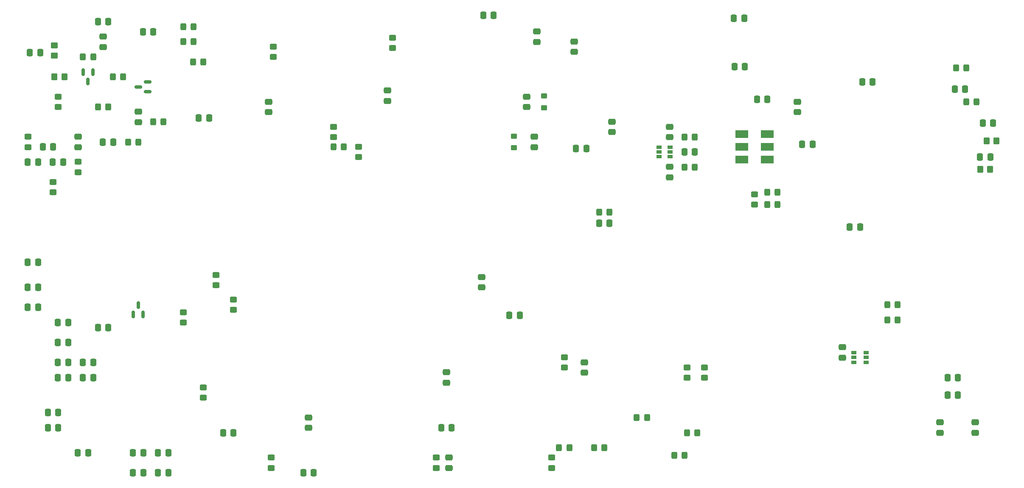
<source format=gbp>
G04 #@! TF.GenerationSoftware,KiCad,Pcbnew,6.0.2-378541a8eb~116~ubuntu20.04.1*
G04 #@! TF.CreationDate,2022-04-18T14:06:08-07:00*
G04 #@! TF.ProjectId,trx_mobo_concept_2,7472785f-6d6f-4626-9f5f-636f6e636570,rev?*
G04 #@! TF.SameCoordinates,Original*
G04 #@! TF.FileFunction,Paste,Bot*
G04 #@! TF.FilePolarity,Positive*
%FSLAX46Y46*%
G04 Gerber Fmt 4.6, Leading zero omitted, Abs format (unit mm)*
G04 Created by KiCad (PCBNEW 6.0.2-378541a8eb~116~ubuntu20.04.1) date 2022-04-18 14:06:08*
%MOMM*%
%LPD*%
G01*
G04 APERTURE LIST*
G04 Aperture macros list*
%AMRoundRect*
0 Rectangle with rounded corners*
0 $1 Rounding radius*
0 $2 $3 $4 $5 $6 $7 $8 $9 X,Y pos of 4 corners*
0 Add a 4 corners polygon primitive as box body*
4,1,4,$2,$3,$4,$5,$6,$7,$8,$9,$2,$3,0*
0 Add four circle primitives for the rounded corners*
1,1,$1+$1,$2,$3*
1,1,$1+$1,$4,$5*
1,1,$1+$1,$6,$7*
1,1,$1+$1,$8,$9*
0 Add four rect primitives between the rounded corners*
20,1,$1+$1,$2,$3,$4,$5,0*
20,1,$1+$1,$4,$5,$6,$7,0*
20,1,$1+$1,$6,$7,$8,$9,0*
20,1,$1+$1,$8,$9,$2,$3,0*%
G04 Aperture macros list end*
%ADD10RoundRect,0.250000X0.337500X0.475000X-0.337500X0.475000X-0.337500X-0.475000X0.337500X-0.475000X0*%
%ADD11RoundRect,0.250000X-0.337500X-0.475000X0.337500X-0.475000X0.337500X0.475000X-0.337500X0.475000X0*%
%ADD12RoundRect,0.250000X0.350000X0.450000X-0.350000X0.450000X-0.350000X-0.450000X0.350000X-0.450000X0*%
%ADD13RoundRect,0.250000X-0.475000X0.337500X-0.475000X-0.337500X0.475000X-0.337500X0.475000X0.337500X0*%
%ADD14RoundRect,0.250000X0.475000X-0.337500X0.475000X0.337500X-0.475000X0.337500X-0.475000X-0.337500X0*%
%ADD15RoundRect,0.250000X0.325000X0.450000X-0.325000X0.450000X-0.325000X-0.450000X0.325000X-0.450000X0*%
%ADD16RoundRect,0.250000X0.350000X-0.275000X0.350000X0.275000X-0.350000X0.275000X-0.350000X-0.275000X0*%
%ADD17RoundRect,0.250000X-0.350000X0.275000X-0.350000X-0.275000X0.350000X-0.275000X0.350000X0.275000X0*%
%ADD18RoundRect,0.150000X-0.150000X0.587500X-0.150000X-0.587500X0.150000X-0.587500X0.150000X0.587500X0*%
%ADD19RoundRect,0.150000X0.587500X0.150000X-0.587500X0.150000X-0.587500X-0.150000X0.587500X-0.150000X0*%
%ADD20RoundRect,0.250000X-0.325000X-0.450000X0.325000X-0.450000X0.325000X0.450000X-0.325000X0.450000X0*%
%ADD21RoundRect,0.250000X0.450000X-0.325000X0.450000X0.325000X-0.450000X0.325000X-0.450000X-0.325000X0*%
%ADD22RoundRect,0.250000X-0.450000X0.325000X-0.450000X-0.325000X0.450000X-0.325000X0.450000X0.325000X0*%
%ADD23R,1.000000X0.700000*%
%ADD24R,1.060000X0.650000*%
%ADD25R,2.540000X1.650000*%
%ADD26RoundRect,0.150000X0.150000X-0.587500X0.150000X0.587500X-0.150000X0.587500X-0.150000X-0.587500X0*%
%ADD27RoundRect,0.250000X0.450000X-0.350000X0.450000X0.350000X-0.450000X0.350000X-0.450000X-0.350000X0*%
%ADD28RoundRect,0.250000X-0.350000X-0.450000X0.350000X-0.450000X0.350000X0.450000X-0.350000X0.450000X0*%
G04 APERTURE END LIST*
D10*
X54475000Y-61200000D03*
X52400000Y-61200000D03*
D11*
X86062500Y-74200000D03*
X88137500Y-74200000D03*
D12*
X59300000Y-66000000D03*
X57300000Y-66000000D03*
D10*
X68037500Y-116000000D03*
X65962500Y-116000000D03*
X237537500Y-126000000D03*
X235462500Y-126000000D03*
D13*
X67000000Y-57962500D03*
X67000000Y-60037500D03*
D10*
X237537500Y-129500000D03*
X235462500Y-129500000D03*
D13*
X241000000Y-134962500D03*
X241000000Y-137037500D03*
X234000000Y-134962500D03*
X234000000Y-137037500D03*
X214500000Y-119962500D03*
X214500000Y-122037500D03*
D10*
X60037500Y-115000000D03*
X57962500Y-115000000D03*
D11*
X62962500Y-126000000D03*
X65037500Y-126000000D03*
D10*
X60037500Y-119000000D03*
X57962500Y-119000000D03*
D11*
X62962500Y-123000000D03*
X65037500Y-123000000D03*
D10*
X54037500Y-103000000D03*
X51962500Y-103000000D03*
X54037500Y-112000000D03*
X51962500Y-112000000D03*
X54037500Y-108000000D03*
X51962500Y-108000000D03*
X58037500Y-136000000D03*
X55962500Y-136000000D03*
X64037500Y-141000000D03*
X61962500Y-141000000D03*
X60037500Y-123000000D03*
X57962500Y-123000000D03*
X60037500Y-126000000D03*
X57962500Y-126000000D03*
D11*
X72962500Y-145000000D03*
X75037500Y-145000000D03*
X72962500Y-141000000D03*
X75037500Y-141000000D03*
X77962500Y-145000000D03*
X80037500Y-145000000D03*
X77962500Y-141000000D03*
X80037500Y-141000000D03*
D14*
X100000000Y-73037500D03*
X100000000Y-70962500D03*
D11*
X134462500Y-136000000D03*
X136537500Y-136000000D03*
D14*
X108000000Y-136037500D03*
X108000000Y-133962500D03*
X135500000Y-127037500D03*
X135500000Y-124962500D03*
D11*
X215962500Y-96000000D03*
X218037500Y-96000000D03*
X148062500Y-113600000D03*
X150137500Y-113600000D03*
D13*
X163000000Y-122962500D03*
X163000000Y-125037500D03*
D15*
X71025000Y-66000000D03*
X68975000Y-66000000D03*
D13*
X142500000Y-105962500D03*
X142500000Y-108037500D03*
D10*
X77037500Y-57000000D03*
X74962500Y-57000000D03*
X69037500Y-79000000D03*
X66962500Y-79000000D03*
D14*
X62000000Y-80037500D03*
X62000000Y-77962500D03*
D11*
X56962500Y-83000000D03*
X59037500Y-83000000D03*
X51962500Y-83000000D03*
X54037500Y-83000000D03*
D10*
X57037500Y-80000000D03*
X54962500Y-80000000D03*
D14*
X74000000Y-75037500D03*
X74000000Y-72962500D03*
X123750000Y-70825000D03*
X123750000Y-68750000D03*
D13*
X153500000Y-56962500D03*
X153500000Y-59037500D03*
D14*
X168500000Y-77037500D03*
X168500000Y-74962500D03*
D11*
X161362500Y-80300000D03*
X163437500Y-80300000D03*
D15*
X74025000Y-79000000D03*
X71975000Y-79000000D03*
D11*
X182962500Y-81000000D03*
X185037500Y-81000000D03*
D13*
X153000000Y-77962500D03*
X153000000Y-80037500D03*
D14*
X151500000Y-72037500D03*
X151500000Y-69962500D03*
D13*
X180000000Y-83962500D03*
X180000000Y-86037500D03*
D14*
X180000000Y-78037500D03*
X180000000Y-75962500D03*
D11*
X192862500Y-54300000D03*
X194937500Y-54300000D03*
X197462500Y-70500000D03*
X199537500Y-70500000D03*
D10*
X195037500Y-64000000D03*
X192962500Y-64000000D03*
D11*
X206462500Y-79500000D03*
X208537500Y-79500000D03*
D14*
X205500000Y-73037500D03*
X205500000Y-70962500D03*
D10*
X220537500Y-67000000D03*
X218462500Y-67000000D03*
X239000000Y-68500000D03*
X236925000Y-68500000D03*
D16*
X149000000Y-80150000D03*
X149000000Y-77850000D03*
D17*
X155000000Y-69850000D03*
X155000000Y-72150000D03*
D18*
X63050000Y-65062500D03*
X64950000Y-65062500D03*
X64000000Y-66937500D03*
D19*
X75937500Y-67050000D03*
X75937500Y-68950000D03*
X74062500Y-68000000D03*
D20*
X223475000Y-114500000D03*
X225525000Y-114500000D03*
X223475000Y-111500000D03*
X225525000Y-111500000D03*
D21*
X89500000Y-107550000D03*
X89500000Y-105500000D03*
X93000000Y-112525000D03*
X93000000Y-110475000D03*
D22*
X83000000Y-112975000D03*
X83000000Y-115025000D03*
D20*
X157975000Y-140000000D03*
X160025000Y-140000000D03*
X164975000Y-140000000D03*
X167025000Y-140000000D03*
D22*
X156500000Y-141975000D03*
X156500000Y-144025000D03*
D21*
X159000000Y-124025000D03*
X159000000Y-121975000D03*
D20*
X183475000Y-137000000D03*
X185525000Y-137000000D03*
D15*
X183025000Y-141500000D03*
X180975000Y-141500000D03*
D21*
X183500000Y-126025000D03*
X183500000Y-123975000D03*
D15*
X175525000Y-134000000D03*
X173475000Y-134000000D03*
D21*
X187000000Y-126025000D03*
X187000000Y-123975000D03*
D15*
X85025000Y-56000000D03*
X82975000Y-56000000D03*
X85025000Y-59000000D03*
X82975000Y-59000000D03*
X87025000Y-63000000D03*
X84975000Y-63000000D03*
D22*
X101000000Y-59975000D03*
X101000000Y-62025000D03*
D15*
X68025000Y-72000000D03*
X65975000Y-72000000D03*
D20*
X62975000Y-62000000D03*
X65025000Y-62000000D03*
X76975000Y-75000000D03*
X79025000Y-75000000D03*
D22*
X62000000Y-82975000D03*
X62000000Y-85025000D03*
X57000000Y-86975000D03*
X57000000Y-89025000D03*
D21*
X52000000Y-80025000D03*
X52000000Y-77975000D03*
X58000000Y-72025000D03*
X58000000Y-69975000D03*
D20*
X112975000Y-80000000D03*
X115025000Y-80000000D03*
D22*
X118000000Y-79975000D03*
X118000000Y-82025000D03*
D21*
X113000000Y-78025000D03*
X113000000Y-75975000D03*
X124750000Y-60275000D03*
X124750000Y-58225000D03*
D15*
X168025000Y-93000000D03*
X165975000Y-93000000D03*
D20*
X182975000Y-84000000D03*
X185025000Y-84000000D03*
X182975000Y-78000000D03*
X185025000Y-78000000D03*
D22*
X197000000Y-89475000D03*
X197000000Y-91525000D03*
D20*
X199475000Y-91500000D03*
X201525000Y-91500000D03*
X199475000Y-89000000D03*
X201525000Y-89000000D03*
D15*
X239250000Y-64250000D03*
X237200000Y-64250000D03*
D20*
X239225000Y-71000000D03*
X241275000Y-71000000D03*
D23*
X216800000Y-122950000D03*
X216800000Y-122000000D03*
X216800000Y-121050000D03*
X219200000Y-121050000D03*
X219200000Y-122000000D03*
X219200000Y-122950000D03*
D24*
X177900000Y-81950000D03*
X177900000Y-81000000D03*
X177900000Y-80050000D03*
X180100000Y-80050000D03*
X180100000Y-81000000D03*
X180100000Y-81950000D03*
D25*
X194460000Y-82540000D03*
X194460000Y-80000000D03*
X194460000Y-77460000D03*
X199540000Y-77460000D03*
X199540000Y-80000000D03*
X199540000Y-82540000D03*
D10*
X58037500Y-133000000D03*
X55962500Y-133000000D03*
D22*
X133500000Y-141975000D03*
X133500000Y-144025000D03*
X87000000Y-127975000D03*
X87000000Y-130025000D03*
D21*
X100500000Y-144025000D03*
X100500000Y-141975000D03*
D10*
X93037500Y-137000000D03*
X90962500Y-137000000D03*
D26*
X74950000Y-113437500D03*
X73050000Y-113437500D03*
X74000000Y-111562500D03*
D11*
X106962500Y-145000000D03*
X109037500Y-145000000D03*
D13*
X136000000Y-141962500D03*
X136000000Y-144037500D03*
X161000000Y-58962500D03*
X161000000Y-61037500D03*
D11*
X142862500Y-53700000D03*
X144937500Y-53700000D03*
X165962500Y-95200000D03*
X168037500Y-95200000D03*
D10*
X68037500Y-55000000D03*
X65962500Y-55000000D03*
D12*
X245250000Y-78750000D03*
X243250000Y-78750000D03*
D11*
X241962500Y-82000000D03*
X244037500Y-82000000D03*
D27*
X57250000Y-61750000D03*
X57250000Y-59750000D03*
D28*
X242000000Y-84500000D03*
X244000000Y-84500000D03*
D10*
X244575000Y-75250000D03*
X242500000Y-75250000D03*
M02*

</source>
